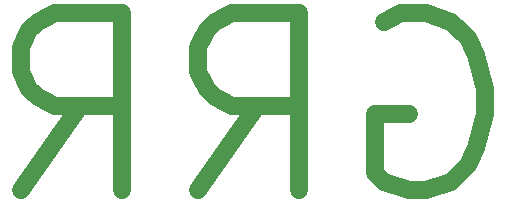
<source format=gbr>
%TF.GenerationSoftware,KiCad,Pcbnew,8.0.5*%
%TF.CreationDate,2024-12-13T13:51:08-05:00*%
%TF.ProjectId,GRRCoaster,47525243-6f61-4737-9465-722e6b696361,rev?*%
%TF.SameCoordinates,Original*%
%TF.FileFunction,Legend,Bot*%
%TF.FilePolarity,Positive*%
%FSLAX46Y46*%
G04 Gerber Fmt 4.6, Leading zero omitted, Abs format (unit mm)*
G04 Created by KiCad (PCBNEW 8.0.5) date 2024-12-13 13:51:08*
%MOMM*%
%LPD*%
G01*
G04 APERTURE LIST*
%ADD10C,1.500000*%
%ADD11C,3.290000*%
G04 APERTURE END LIST*
D10*
X70771428Y-30300571D02*
X72200000Y-29586285D01*
X72200000Y-29586285D02*
X74342857Y-29586285D01*
X74342857Y-29586285D02*
X76485714Y-30300571D01*
X76485714Y-30300571D02*
X77914285Y-31729142D01*
X77914285Y-31729142D02*
X78628571Y-33157714D01*
X78628571Y-33157714D02*
X79342857Y-36014857D01*
X79342857Y-36014857D02*
X79342857Y-38157714D01*
X79342857Y-38157714D02*
X78628571Y-41014857D01*
X78628571Y-41014857D02*
X77914285Y-42443428D01*
X77914285Y-42443428D02*
X76485714Y-43872000D01*
X76485714Y-43872000D02*
X74342857Y-44586285D01*
X74342857Y-44586285D02*
X72914285Y-44586285D01*
X72914285Y-44586285D02*
X70771428Y-43872000D01*
X70771428Y-43872000D02*
X70057142Y-43157714D01*
X70057142Y-43157714D02*
X70057142Y-38157714D01*
X70057142Y-38157714D02*
X72914285Y-38157714D01*
X55057142Y-44586285D02*
X60057142Y-37443428D01*
X63628571Y-44586285D02*
X63628571Y-29586285D01*
X63628571Y-29586285D02*
X57914285Y-29586285D01*
X57914285Y-29586285D02*
X56485714Y-30300571D01*
X56485714Y-30300571D02*
X55771428Y-31014857D01*
X55771428Y-31014857D02*
X55057142Y-32443428D01*
X55057142Y-32443428D02*
X55057142Y-34586285D01*
X55057142Y-34586285D02*
X55771428Y-36014857D01*
X55771428Y-36014857D02*
X56485714Y-36729142D01*
X56485714Y-36729142D02*
X57914285Y-37443428D01*
X57914285Y-37443428D02*
X63628571Y-37443428D01*
X40057142Y-44586285D02*
X45057142Y-37443428D01*
X48628571Y-44586285D02*
X48628571Y-29586285D01*
X48628571Y-29586285D02*
X42914285Y-29586285D01*
X42914285Y-29586285D02*
X41485714Y-30300571D01*
X41485714Y-30300571D02*
X40771428Y-31014857D01*
X40771428Y-31014857D02*
X40057142Y-32443428D01*
X40057142Y-32443428D02*
X40057142Y-34586285D01*
X40057142Y-34586285D02*
X40771428Y-36014857D01*
X40771428Y-36014857D02*
X41485714Y-36729142D01*
X41485714Y-36729142D02*
X42914285Y-37443428D01*
X42914285Y-37443428D02*
X48628571Y-37443428D01*
%LPC*%
D11*
%TO.C,G1*%
X27322577Y-71607606D03*
X30722577Y-67807606D03*
X32422577Y-79707606D03*
X38322577Y-59407606D03*
X39122577Y-85407606D03*
X42522577Y-55507606D03*
X42922577Y-69907606D03*
X47622577Y-75407606D03*
X51922577Y-64307606D03*
X52822577Y-80507606D03*
X53822577Y-73207606D03*
X57422577Y-84507606D03*
X58422577Y-93907606D03*
X66622577Y-93107606D03*
X73422577Y-91707606D03*
X77822577Y-88807606D03*
%TD*%
%LPD*%
M02*

</source>
